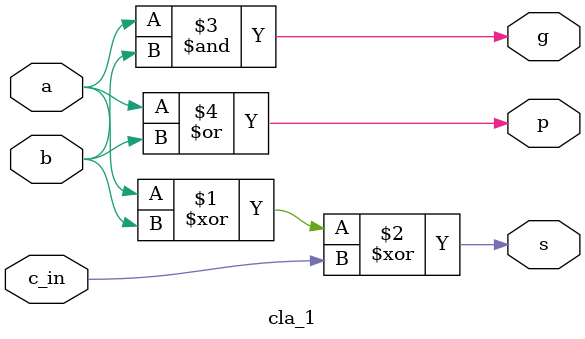
<source format=v>
`timescale 1ns / 1ps
module cla_1(
     input a,
	  input b,
	  input c_in,
	  output s,
	  output g,
	  output p
    );
	 assign s=a^b^c_in;
	 assign g=a&b;
	 assign p=a|b;
	 

endmodule

</source>
